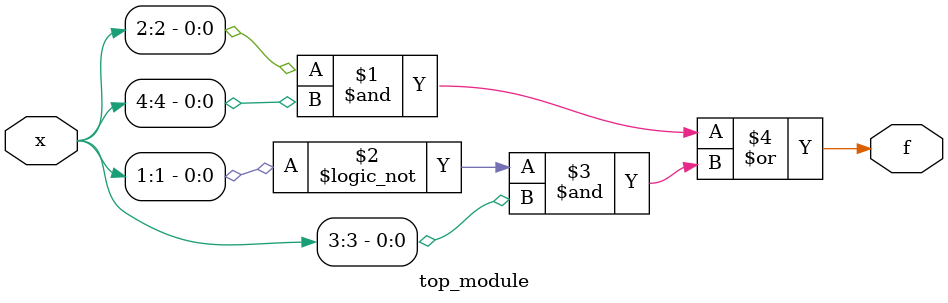
<source format=v>
module top_module (
    input [4:1] x, 
    output f );

    or(f, x[2]&x[4], !x[1]&x[3]);

endmodule

</source>
